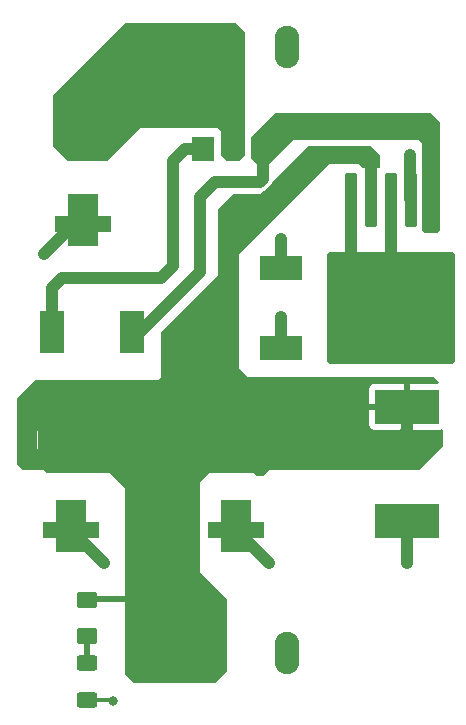
<source format=gtl>
%TF.GenerationSoftware,KiCad,Pcbnew,7.0.5*%
%TF.CreationDate,2024-02-24T22:07:36+07:00*%
%TF.ProjectId,CN13_Case,434e3133-5f43-4617-9365-2e6b69636164,rev?*%
%TF.SameCoordinates,Original*%
%TF.FileFunction,Copper,L1,Top*%
%TF.FilePolarity,Positive*%
%FSLAX46Y46*%
G04 Gerber Fmt 4.6, Leading zero omitted, Abs format (unit mm)*
G04 Created by KiCad (PCBNEW 7.0.5) date 2024-02-24 22:07:36*
%MOMM*%
%LPD*%
G01*
G04 APERTURE LIST*
G04 Aperture macros list*
%AMRoundRect*
0 Rectangle with rounded corners*
0 $1 Rounding radius*
0 $2 $3 $4 $5 $6 $7 $8 $9 X,Y pos of 4 corners*
0 Add a 4 corners polygon primitive as box body*
4,1,4,$2,$3,$4,$5,$6,$7,$8,$9,$2,$3,0*
0 Add four circle primitives for the rounded corners*
1,1,$1+$1,$2,$3*
1,1,$1+$1,$4,$5*
1,1,$1+$1,$6,$7*
1,1,$1+$1,$8,$9*
0 Add four rect primitives between the rounded corners*
20,1,$1+$1,$2,$3,$4,$5,0*
20,1,$1+$1,$4,$5,$6,$7,0*
20,1,$1+$1,$6,$7,$8,$9,0*
20,1,$1+$1,$8,$9,$2,$3,0*%
%AMFreePoly0*
4,1,29,0.653536,2.353536,0.655000,2.350000,0.655000,1.255000,1.850000,1.255000,1.853536,1.253536,1.855000,1.250000,1.855000,-1.250000,1.853536,-1.253536,1.850000,-1.255000,0.655000,-1.255000,0.655000,-2.350000,0.653536,-2.353536,0.650000,-2.355000,-0.650000,-2.355000,-0.653536,-2.353536,-0.655000,-2.350000,-0.655000,-1.255000,-2.550000,-1.255000,-2.553536,-1.253536,-2.555000,-1.250000,
-2.555000,1.250000,-2.553536,1.253536,-2.550000,1.255000,-0.655000,1.255000,-0.655000,2.350000,-0.653536,2.353536,-0.650000,2.355000,0.650000,2.355000,0.653536,2.353536,0.653536,2.353536,$1*%
%AMFreePoly1*
4,1,29,0.653536,2.353536,0.655000,2.350000,0.655000,1.255000,2.550000,1.255000,2.553536,1.253536,2.555000,1.250000,2.555000,-1.250000,2.553536,-1.253536,2.550000,-1.255000,0.655000,-1.255000,0.655000,-2.350000,0.653536,-2.353536,0.650000,-2.355000,-0.650000,-2.355000,-0.653536,-2.353536,-0.655000,-2.350000,-0.655000,-1.255000,-1.850000,-1.255000,-1.853536,-1.253536,-1.855000,-1.250000,
-1.855000,1.250000,-1.853536,1.253536,-1.850000,1.255000,-0.655000,1.255000,-0.655000,2.350000,-0.653536,2.353536,-0.650000,2.355000,0.650000,2.355000,0.653536,2.353536,0.653536,2.353536,$1*%
G04 Aperture macros list end*
%TA.AperFunction,SMDPad,CuDef*%
%ADD10RoundRect,0.250000X-0.300000X2.050000X-0.300000X-2.050000X0.300000X-2.050000X0.300000X2.050000X0*%
%TD*%
%TA.AperFunction,SMDPad,CuDef*%
%ADD11RoundRect,0.250002X-5.149998X4.449998X-5.149998X-4.449998X5.149998X-4.449998X5.149998X4.449998X0*%
%TD*%
%TA.AperFunction,SMDPad,CuDef*%
%ADD12RoundRect,0.250000X-2.375000X2.025000X-2.375000X-2.025000X2.375000X-2.025000X2.375000X2.025000X0*%
%TD*%
%TA.AperFunction,SMDPad,CuDef*%
%ADD13RoundRect,0.250000X-0.625000X0.400000X-0.625000X-0.400000X0.625000X-0.400000X0.625000X0.400000X0*%
%TD*%
%TA.AperFunction,ComponentPad*%
%ADD14O,1.905000X2.000000*%
%TD*%
%TA.AperFunction,ComponentPad*%
%ADD15R,1.905000X2.000000*%
%TD*%
%TA.AperFunction,SMDPad,CuDef*%
%ADD16R,5.400000X2.900000*%
%TD*%
%TA.AperFunction,ComponentPad*%
%ADD17O,2.100000X3.600000*%
%TD*%
%TA.AperFunction,ComponentPad*%
%ADD18RoundRect,0.250001X-0.799999X-1.549999X0.799999X-1.549999X0.799999X1.549999X-0.799999X1.549999X0*%
%TD*%
%TA.AperFunction,SMDPad,CuDef*%
%ADD19R,3.600000X2.000000*%
%TD*%
%TA.AperFunction,SMDPad,CuDef*%
%ADD20RoundRect,0.250001X0.624999X-0.462499X0.624999X0.462499X-0.624999X0.462499X-0.624999X-0.462499X0*%
%TD*%
%TA.AperFunction,SMDPad,CuDef*%
%ADD21R,2.000000X3.600000*%
%TD*%
%TA.AperFunction,SMDPad,CuDef*%
%ADD22FreePoly0,270.000000*%
%TD*%
%TA.AperFunction,SMDPad,CuDef*%
%ADD23FreePoly1,90.000000*%
%TD*%
%TA.AperFunction,ViaPad*%
%ADD24C,0.800000*%
%TD*%
%TA.AperFunction,ViaPad*%
%ADD25C,0.700000*%
%TD*%
%TA.AperFunction,Conductor*%
%ADD26C,1.000000*%
%TD*%
%TA.AperFunction,Conductor*%
%ADD27C,0.300000*%
%TD*%
%TA.AperFunction,Conductor*%
%ADD28C,0.500000*%
%TD*%
G04 APERTURE END LIST*
D10*
%TO.P,U1,1,VIN*%
%TO.N,/S_+12V*%
X139212000Y-107950000D03*
%TO.P,U1,2,OUT*%
%TO.N,Net-(U1-OUT)*%
X137512000Y-107950000D03*
%TO.P,U1,3,GND*%
%TO.N,GND*%
X135812000Y-107950000D03*
%TO.P,U1,4,FB*%
%TO.N,+5V*%
X134112000Y-107950000D03*
%TO.P,U1,5,~{ON}/OFF*%
%TO.N,GND*%
X132412000Y-107950000D03*
D11*
%TO.P,U1,3,GND*%
X135812000Y-117100000D03*
D12*
X133037000Y-119525000D03*
X138587000Y-114675000D03*
X138587000Y-119525000D03*
X133037000Y-114675000D03*
%TD*%
D13*
%TO.P,R2,1*%
%TO.N,Net-(D2-K)*%
X110062000Y-147182500D03*
%TO.P,R2,2*%
%TO.N,GND*%
X110062000Y-150282500D03*
%TD*%
D14*
%TO.P,Q1,3,S*%
%TO.N,/S_+12V*%
X124968000Y-103632000D03*
%TO.P,Q1,2,D*%
%TO.N,+12V*%
X122428000Y-103632000D03*
D15*
%TO.P,Q1,1,G*%
%TO.N,Net-(Q1-G)*%
X119888000Y-103632000D03*
%TD*%
D16*
%TO.P,L1,1,1*%
%TO.N,Net-(U1-OUT)*%
X137160000Y-135152000D03*
%TO.P,L1,2,2*%
%TO.N,+5V*%
X137160000Y-125452000D03*
%TD*%
D17*
%TO.P,J2,2,Pin_2*%
%TO.N,GND*%
X127000000Y-146304000D03*
D18*
%TO.P,J2,1,Pin_1*%
%TO.N,+5V*%
X119380000Y-146304000D03*
%TD*%
%TO.P,J1,1,Pin_1*%
%TO.N,+12V*%
X119380000Y-94996000D03*
D17*
%TO.P,J1,2,Pin_2*%
%TO.N,GND*%
X127000000Y-94996000D03*
%TD*%
D19*
%TO.P,D3,C*%
%TO.N,Net-(U1-OUT)*%
X126492000Y-113694000D03*
%TO.P,D3,A*%
%TO.N,GND*%
X126492000Y-120494000D03*
%TD*%
D20*
%TO.P,D2,1,K*%
%TO.N,Net-(D2-K)*%
X110062000Y-144823500D03*
%TO.P,D2,2,A*%
%TO.N,+5V*%
X110062000Y-141848500D03*
%TD*%
D21*
%TO.P,D1,A*%
%TO.N,Net-(Q1-G)*%
X107090000Y-119126000D03*
%TO.P,D1,C*%
%TO.N,/S_+12V*%
X113890000Y-119126000D03*
%TD*%
D22*
%TO.P,C3,1*%
%TO.N,+5V*%
X122682000Y-128290000D03*
D23*
%TO.P,C3,2*%
%TO.N,GND*%
X122682000Y-135890000D03*
%TD*%
%TO.P,C2,2*%
%TO.N,GND*%
X108712000Y-135880000D03*
D22*
%TO.P,C2,1*%
%TO.N,+5V*%
X108712000Y-128280000D03*
%TD*%
%TO.P,C1,1*%
%TO.N,+12V*%
X109728000Y-102372000D03*
D23*
%TO.P,C1,2*%
%TO.N,GND*%
X109728000Y-109972000D03*
%TD*%
D24*
%TO.N,GND*%
X139446000Y-117602000D03*
X134620000Y-117602000D03*
X133350000Y-117602000D03*
X140208000Y-116586000D03*
X138684000Y-116586000D03*
X135128000Y-116586000D03*
X132588000Y-116586000D03*
X133858000Y-116586000D03*
X133096000Y-115570000D03*
X134620000Y-115570000D03*
X139446000Y-115570000D03*
X139954000Y-114554000D03*
X138684000Y-114554000D03*
X135128000Y-114554000D03*
X133858000Y-114554000D03*
X132588000Y-114554000D03*
D25*
X126492000Y-117856000D03*
D24*
X112268000Y-150368000D03*
X111506000Y-138684000D03*
X125476000Y-138684000D03*
X106426000Y-112522000D03*
%TO.N,Net-(U1-OUT)*%
X137160000Y-138684000D03*
X137414000Y-104140000D03*
X126492000Y-111252000D03*
%TD*%
D26*
%TO.N,GND*%
X135128000Y-116586000D02*
X135812000Y-117100000D01*
X133096000Y-115570000D02*
X133037000Y-114675000D01*
X135812000Y-115238000D02*
X135128000Y-116586000D01*
X135128000Y-114554000D02*
X135812000Y-115238000D01*
X135812000Y-113870000D02*
X135128000Y-114554000D01*
X133858000Y-114554000D02*
X133096000Y-115570000D01*
X132916000Y-114554000D02*
X133858000Y-114554000D01*
X132588000Y-114554000D02*
X132916000Y-114554000D01*
X132588000Y-114226000D02*
X132588000Y-114554000D01*
X135812000Y-107950000D02*
X135812000Y-113870000D01*
X132412000Y-114050000D02*
X132588000Y-114226000D01*
X132412000Y-107950000D02*
X132412000Y-114050000D01*
X126492000Y-120494000D02*
X126492000Y-117856000D01*
D27*
X112182500Y-150282500D02*
X112268000Y-150368000D01*
X110062000Y-150282500D02*
X112182500Y-150282500D01*
D26*
X108712000Y-135890000D02*
X111506000Y-138684000D01*
X108712000Y-135880000D02*
X108712000Y-135890000D01*
X122682000Y-135890000D02*
X125476000Y-138684000D01*
X122672000Y-135880000D02*
X122682000Y-135890000D01*
X108976000Y-109972000D02*
X106426000Y-112522000D01*
X109728000Y-109972000D02*
X108976000Y-109972000D01*
%TO.N,Net-(U1-OUT)*%
X137160000Y-135152000D02*
X137160000Y-138684000D01*
D28*
%TO.N,Net-(D2-K)*%
X110062000Y-144823500D02*
X110062000Y-147182500D01*
%TO.N,+5V*%
X119126000Y-142240000D02*
X119126000Y-146050000D01*
X118618000Y-141732000D02*
X119126000Y-142240000D01*
X110178500Y-141732000D02*
X118618000Y-141732000D01*
X110062000Y-141848500D02*
X110178500Y-141732000D01*
X119126000Y-146050000D02*
X119380000Y-146304000D01*
D26*
X137160000Y-127508000D02*
X137160000Y-125452000D01*
X136378000Y-128290000D02*
X137160000Y-127508000D01*
X122682000Y-128290000D02*
X136378000Y-128290000D01*
X122672000Y-128280000D02*
X122682000Y-128290000D01*
X108712000Y-128280000D02*
X122672000Y-128280000D01*
X134112000Y-104394000D02*
X133858000Y-104140000D01*
X134112000Y-107950000D02*
X134112000Y-104394000D01*
%TO.N,Net-(U1-OUT)*%
X137414000Y-107852000D02*
X137512000Y-107950000D01*
X137414000Y-104140000D02*
X137414000Y-107852000D01*
X126492000Y-113694000D02*
X126492000Y-111252000D01*
%TO.N,/S_+12V*%
X124968000Y-106172000D02*
X124968000Y-103632000D01*
X124714000Y-106426000D02*
X124968000Y-106172000D01*
X119634000Y-114046000D02*
X119634000Y-107696000D01*
X119634000Y-107696000D02*
X120904000Y-106426000D01*
X114554000Y-119126000D02*
X119634000Y-114046000D01*
X120904000Y-106426000D02*
X124714000Y-106426000D01*
X113890000Y-119126000D02*
X114554000Y-119126000D01*
%TO.N,Net-(Q1-G)*%
X117348000Y-113538000D02*
X117348000Y-104648000D01*
X116332000Y-114554000D02*
X117348000Y-113538000D01*
X107090000Y-115414000D02*
X107950000Y-114554000D01*
X107950000Y-114554000D02*
X116332000Y-114554000D01*
X117348000Y-104648000D02*
X118364000Y-103632000D01*
X107090000Y-119126000D02*
X107090000Y-115414000D01*
X118364000Y-103632000D02*
X119888000Y-103632000D01*
%TD*%
%TA.AperFunction,Conductor*%
%TO.N,+12V*%
G36*
X122697677Y-92983685D02*
G01*
X122718319Y-93000319D01*
X123407681Y-93689681D01*
X123441166Y-93751004D01*
X123444000Y-93777362D01*
X123444000Y-104088637D01*
X123424315Y-104155676D01*
X123407681Y-104176318D01*
X122972319Y-104611681D01*
X122910996Y-104645166D01*
X122884638Y-104648000D01*
X121971362Y-104648000D01*
X121904323Y-104628315D01*
X121883681Y-104611681D01*
X121448319Y-104176319D01*
X121414834Y-104114996D01*
X121412000Y-104088638D01*
X121412000Y-102108000D01*
X121158000Y-101854000D01*
X114554000Y-101854000D01*
X114553999Y-101854000D01*
X111796319Y-104611681D01*
X111734996Y-104645166D01*
X111708638Y-104648000D01*
X108509362Y-104648000D01*
X108442323Y-104628315D01*
X108421681Y-104611681D01*
X107224319Y-103414319D01*
X107190834Y-103352996D01*
X107188000Y-103326638D01*
X107188000Y-101854000D01*
X107188000Y-99111358D01*
X107207684Y-99044323D01*
X107224313Y-99023686D01*
X113247681Y-93000318D01*
X113309004Y-92966834D01*
X113335362Y-92964000D01*
X122630638Y-92964000D01*
X122697677Y-92983685D01*
G37*
%TD.AperFunction*%
%TD*%
%TA.AperFunction,Conductor*%
%TO.N,/S_+12V*%
G36*
X139207677Y-100603685D02*
G01*
X139228319Y-100620319D01*
X139917681Y-101309681D01*
X139951166Y-101371004D01*
X139954000Y-101397362D01*
X139954000Y-110438638D01*
X139934315Y-110505677D01*
X139917681Y-110526319D01*
X139736319Y-110707681D01*
X139674996Y-110741166D01*
X139648638Y-110744000D01*
X138735362Y-110744000D01*
X138668323Y-110724315D01*
X138647681Y-110707681D01*
X138466319Y-110526319D01*
X138432834Y-110464996D01*
X138430000Y-110438638D01*
X138430000Y-103124000D01*
X138176000Y-102870000D01*
X127508000Y-102870000D01*
X127507999Y-102870000D01*
X125512319Y-104865681D01*
X125450996Y-104899166D01*
X125424638Y-104902000D01*
X124511362Y-104902000D01*
X124444323Y-104882315D01*
X124423681Y-104865681D01*
X123988319Y-104430318D01*
X123954834Y-104368995D01*
X123952000Y-104342637D01*
X123952000Y-102667362D01*
X123971685Y-102600323D01*
X123988319Y-102579681D01*
X125947681Y-100620319D01*
X126009004Y-100586834D01*
X126035362Y-100584000D01*
X139140638Y-100584000D01*
X139207677Y-100603685D01*
G37*
%TD.AperFunction*%
%TD*%
%TA.AperFunction,Conductor*%
%TO.N,+5V*%
G36*
X134127677Y-103397685D02*
G01*
X134148319Y-103414319D01*
X134837681Y-104103681D01*
X134871166Y-104165004D01*
X134874000Y-104191362D01*
X134874000Y-105091267D01*
X134854315Y-105158306D01*
X134801511Y-105204061D01*
X134732353Y-105214005D01*
X134710996Y-105208973D01*
X134564697Y-105160494D01*
X134564690Y-105160493D01*
X134461986Y-105150000D01*
X134362000Y-105150000D01*
X134362000Y-108076000D01*
X134342315Y-108143039D01*
X134289511Y-108188794D01*
X134238000Y-108200000D01*
X133986000Y-108200000D01*
X133918961Y-108180315D01*
X133873206Y-108127511D01*
X133862000Y-108076000D01*
X133862000Y-105149999D01*
X133762028Y-105150000D01*
X133762012Y-105150001D01*
X133659302Y-105160494D01*
X133498410Y-105213809D01*
X133428582Y-105216211D01*
X133368540Y-105180479D01*
X133357901Y-105163901D01*
X133096000Y-104902000D01*
X130556000Y-104902000D01*
X130555999Y-104902000D01*
X122936000Y-112521999D01*
X122936000Y-112522000D01*
X122936000Y-122174000D01*
X123698000Y-122936000D01*
X139394638Y-122936000D01*
X139461677Y-122955685D01*
X139482319Y-122972319D01*
X139800319Y-123290319D01*
X139833804Y-123351642D01*
X139828820Y-123421334D01*
X139786948Y-123477267D01*
X139721484Y-123501684D01*
X139712638Y-123502000D01*
X137410000Y-123502000D01*
X137410000Y-127402000D01*
X139907828Y-127402000D01*
X139907844Y-127401999D01*
X139967372Y-127395598D01*
X139967380Y-127395596D01*
X140040665Y-127368262D01*
X140110357Y-127363276D01*
X140171680Y-127396761D01*
X140205166Y-127458084D01*
X140208000Y-127484443D01*
X140208000Y-128726638D01*
X140188315Y-128793677D01*
X140171681Y-128814319D01*
X138212319Y-130773681D01*
X138150996Y-130807166D01*
X138124638Y-130810000D01*
X125476000Y-130810000D01*
X125984000Y-130302000D01*
X125984000Y-125984000D01*
X125702000Y-125702000D01*
X133960000Y-125702000D01*
X133960000Y-126949844D01*
X133966401Y-127009372D01*
X133966403Y-127009379D01*
X134016645Y-127144086D01*
X134016649Y-127144093D01*
X134102809Y-127259187D01*
X134102812Y-127259190D01*
X134217906Y-127345350D01*
X134217913Y-127345354D01*
X134352620Y-127395596D01*
X134352627Y-127395598D01*
X134412155Y-127401999D01*
X134412172Y-127402000D01*
X136910000Y-127402000D01*
X136910000Y-125702000D01*
X133960000Y-125702000D01*
X125702000Y-125702000D01*
X125202000Y-125202000D01*
X133960000Y-125202000D01*
X136910000Y-125202000D01*
X136910000Y-123502000D01*
X134412155Y-123502000D01*
X134352627Y-123508401D01*
X134352620Y-123508403D01*
X134217913Y-123558645D01*
X134217906Y-123558649D01*
X134102812Y-123644809D01*
X134102809Y-123644812D01*
X134016649Y-123759906D01*
X134016645Y-123759913D01*
X133966403Y-123894620D01*
X133966401Y-123894627D01*
X133960000Y-123954155D01*
X133960000Y-125202000D01*
X125202000Y-125202000D01*
X124968000Y-124968000D01*
X106172000Y-124968000D01*
X105918000Y-125222000D01*
X105918000Y-127388170D01*
X105891476Y-127432878D01*
X105891472Y-127432888D01*
X105889888Y-127436710D01*
X105859483Y-127540248D01*
X105859482Y-127540256D01*
X105858140Y-127577710D01*
X105851858Y-127596577D01*
X105851858Y-128960831D01*
X105853142Y-128975184D01*
X105853390Y-128975158D01*
X105854337Y-128983972D01*
X105889888Y-129123287D01*
X105889891Y-129123296D01*
X105891469Y-129127107D01*
X105891471Y-129127111D01*
X105918000Y-129175697D01*
X105918000Y-130302000D01*
X106426000Y-130810000D01*
X104699362Y-130810000D01*
X104632323Y-130790315D01*
X104611681Y-130773681D01*
X104176319Y-130338319D01*
X104142834Y-130276996D01*
X104140000Y-130250638D01*
X104140000Y-127540248D01*
X104140000Y-124765358D01*
X104159684Y-124698323D01*
X104176313Y-124677686D01*
X105627681Y-123226319D01*
X105689004Y-123192834D01*
X105715362Y-123190000D01*
X116078000Y-123190000D01*
X116332000Y-122936000D01*
X116332000Y-119177361D01*
X116351685Y-119110323D01*
X116368319Y-119089681D01*
X116368318Y-119089681D01*
X121158000Y-114300000D01*
X121158000Y-108763361D01*
X121177685Y-108696323D01*
X121194319Y-108675681D01*
X122391681Y-107478319D01*
X122453004Y-107444834D01*
X122479362Y-107442000D01*
X124714000Y-107442000D01*
X124945068Y-107210931D01*
X124978939Y-107186899D01*
X124980055Y-107186361D01*
X124980061Y-107186360D01*
X125011413Y-107171261D01*
X125017685Y-107168241D01*
X125024114Y-107165578D01*
X125063522Y-107151789D01*
X125098889Y-107129565D01*
X125104961Y-107126209D01*
X125142587Y-107108091D01*
X125175236Y-107082052D01*
X125180895Y-107078037D01*
X125216262Y-107055816D01*
X125343816Y-106928262D01*
X125343815Y-106928261D01*
X125565826Y-106706252D01*
X125565825Y-106706251D01*
X125580552Y-106691524D01*
X125597816Y-106674262D01*
X125620037Y-106638895D01*
X125624052Y-106633236D01*
X125650091Y-106600587D01*
X125668209Y-106562961D01*
X125671565Y-106556889D01*
X125693789Y-106521522D01*
X125707578Y-106482112D01*
X125710241Y-106475685D01*
X125713261Y-106469413D01*
X125728360Y-106438061D01*
X125728361Y-106438055D01*
X125728899Y-106436939D01*
X125752934Y-106403065D01*
X128741681Y-103414318D01*
X128803004Y-103380834D01*
X128829362Y-103378000D01*
X134060638Y-103378000D01*
X134127677Y-103397685D01*
G37*
%TD.AperFunction*%
%TD*%
%TA.AperFunction,Conductor*%
%TO.N,+5V*%
G36*
X125984000Y-125984000D02*
G01*
X125984000Y-130302000D01*
X125476000Y-130810000D01*
X125475999Y-130810000D01*
X125004319Y-131281681D01*
X124942996Y-131315166D01*
X124916638Y-131318000D01*
X124511362Y-131318000D01*
X124444323Y-131298315D01*
X124423681Y-131281681D01*
X124206000Y-131064000D01*
X120396000Y-131064000D01*
X120395999Y-131064000D01*
X119634000Y-131825999D01*
X119634000Y-139446000D01*
X121883681Y-141695681D01*
X121917166Y-141757004D01*
X121920000Y-141783362D01*
X121920000Y-147776638D01*
X121900315Y-147843677D01*
X121883681Y-147864319D01*
X120940319Y-148807681D01*
X120878996Y-148841166D01*
X120852638Y-148844000D01*
X114097362Y-148844000D01*
X114030323Y-148824315D01*
X114009681Y-148807681D01*
X113320319Y-148118319D01*
X113286834Y-148056996D01*
X113284000Y-148030638D01*
X113284000Y-132334000D01*
X112014000Y-131064000D01*
X106731362Y-131064000D01*
X106664323Y-131044315D01*
X106643681Y-131027681D01*
X106426000Y-130810000D01*
X105918000Y-130302000D01*
X105918000Y-125222000D01*
X106172000Y-124968000D01*
X124968000Y-124968000D01*
X125984000Y-125984000D01*
G37*
%TD.AperFunction*%
%TD*%
M02*

</source>
